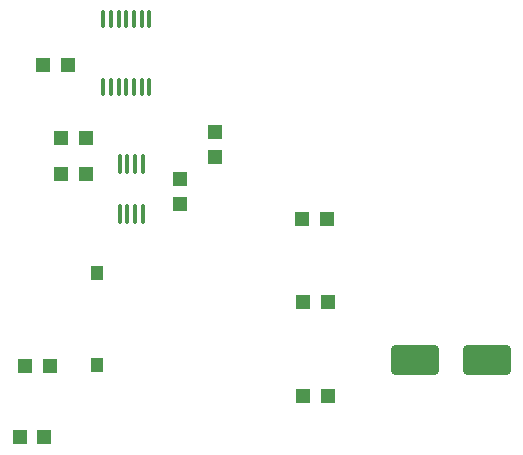
<source format=gtp>
G04 #@! TF.GenerationSoftware,KiCad,Pcbnew,8.0.7-8.0.7-0~ubuntu24.04.1*
G04 #@! TF.CreationDate,2025-01-16T17:51:39-05:00*
G04 #@! TF.ProjectId,tophat,746f7068-6174-42e6-9b69-6361645f7063,rev?*
G04 #@! TF.SameCoordinates,Original*
G04 #@! TF.FileFunction,Paste,Top*
G04 #@! TF.FilePolarity,Positive*
%FSLAX46Y46*%
G04 Gerber Fmt 4.6, Leading zero omitted, Abs format (unit mm)*
G04 Created by KiCad (PCBNEW 8.0.7-8.0.7-0~ubuntu24.04.1) date 2025-01-16 17:51:39*
%MOMM*%
%LPD*%
G01*
G04 APERTURE LIST*
G04 Aperture macros list*
%AMRoundRect*
0 Rectangle with rounded corners*
0 $1 Rounding radius*
0 $2 $3 $4 $5 $6 $7 $8 $9 X,Y pos of 4 corners*
0 Add a 4 corners polygon primitive as box body*
4,1,4,$2,$3,$4,$5,$6,$7,$8,$9,$2,$3,0*
0 Add four circle primitives for the rounded corners*
1,1,$1+$1,$2,$3*
1,1,$1+$1,$4,$5*
1,1,$1+$1,$6,$7*
1,1,$1+$1,$8,$9*
0 Add four rect primitives between the rounded corners*
20,1,$1+$1,$2,$3,$4,$5,0*
20,1,$1+$1,$4,$5,$6,$7,0*
20,1,$1+$1,$6,$7,$8,$9,0*
20,1,$1+$1,$8,$9,$2,$3,0*%
G04 Aperture macros list end*
%ADD10RoundRect,0.100000X0.100000X-0.712500X0.100000X0.712500X-0.100000X0.712500X-0.100000X-0.712500X0*%
%ADD11RoundRect,0.100000X-0.100000X0.637500X-0.100000X-0.637500X0.100000X-0.637500X0.100000X0.637500X0*%
%ADD12R,1.200000X1.200000*%
%ADD13RoundRect,0.250000X-1.750000X-1.000000X1.750000X-1.000000X1.750000X1.000000X-1.750000X1.000000X0*%
%ADD14R,1.000000X1.250000*%
G04 APERTURE END LIST*
D10*
X130921313Y-73112500D03*
X131571313Y-73112500D03*
X132221313Y-73112500D03*
X132871313Y-73112500D03*
X132871313Y-68887500D03*
X132221313Y-68887500D03*
X131571313Y-68887500D03*
X130921313Y-68887500D03*
D11*
X133450000Y-56637500D03*
X132800000Y-56637500D03*
X132150000Y-56637500D03*
X131500000Y-56637500D03*
X130850000Y-56637500D03*
X130200000Y-56637500D03*
X129550000Y-56637500D03*
X129550000Y-62362500D03*
X130200000Y-62362500D03*
X130850000Y-62362500D03*
X131500000Y-62362500D03*
X132150000Y-62362500D03*
X132800000Y-62362500D03*
X133450000Y-62362500D03*
D12*
X139000000Y-66153664D03*
X139000000Y-68253664D03*
X122450000Y-92000000D03*
X124550000Y-92000000D03*
X128050000Y-69703664D03*
X125950000Y-69703664D03*
X146450000Y-88525000D03*
X148550000Y-88525000D03*
D13*
X155950000Y-85500000D03*
X162050000Y-85500000D03*
D12*
X136000000Y-70153664D03*
X136000000Y-72253664D03*
D14*
X129000000Y-85875000D03*
X129000000Y-78125000D03*
D12*
X124450000Y-60500000D03*
X126550000Y-60500000D03*
X146450000Y-80525000D03*
X148550000Y-80525000D03*
X146400000Y-73525000D03*
X148500000Y-73525000D03*
X125950000Y-66703664D03*
X128050000Y-66703664D03*
X125050000Y-86000000D03*
X122950000Y-86000000D03*
M02*

</source>
